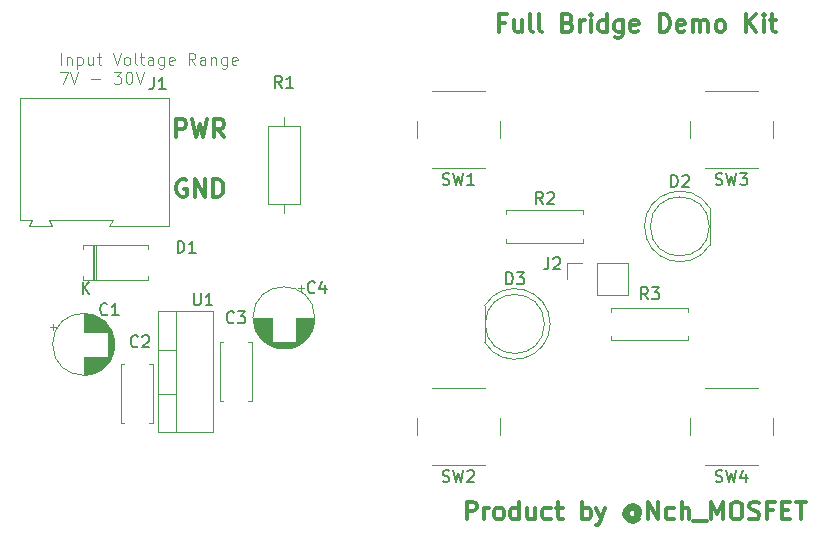
<source format=gbr>
%TF.GenerationSoftware,KiCad,Pcbnew,(5.1.12)-1*%
%TF.CreationDate,2022-07-23T17:19:18+09:00*%
%TF.ProjectId,FullBridge_demo_kit,46756c6c-4272-4696-9467-655f64656d6f,rev?*%
%TF.SameCoordinates,Original*%
%TF.FileFunction,Legend,Top*%
%TF.FilePolarity,Positive*%
%FSLAX46Y46*%
G04 Gerber Fmt 4.6, Leading zero omitted, Abs format (unit mm)*
G04 Created by KiCad (PCBNEW (5.1.12)-1) date 2022-07-23 17:19:18*
%MOMM*%
%LPD*%
G01*
G04 APERTURE LIST*
%ADD10C,0.300000*%
%ADD11C,0.100000*%
%ADD12C,0.120000*%
%ADD13C,0.150000*%
G04 APERTURE END LIST*
D10*
X127540000Y-90848571D02*
X127540000Y-89348571D01*
X128111428Y-89348571D01*
X128254285Y-89420000D01*
X128325714Y-89491428D01*
X128397142Y-89634285D01*
X128397142Y-89848571D01*
X128325714Y-89991428D01*
X128254285Y-90062857D01*
X128111428Y-90134285D01*
X127540000Y-90134285D01*
X128897142Y-89348571D02*
X129254285Y-90848571D01*
X129540000Y-89777142D01*
X129825714Y-90848571D01*
X130182857Y-89348571D01*
X131611428Y-90848571D02*
X131111428Y-90134285D01*
X130754285Y-90848571D02*
X130754285Y-89348571D01*
X131325714Y-89348571D01*
X131468571Y-89420000D01*
X131540000Y-89491428D01*
X131611428Y-89634285D01*
X131611428Y-89848571D01*
X131540000Y-89991428D01*
X131468571Y-90062857D01*
X131325714Y-90134285D01*
X130754285Y-90134285D01*
X128397142Y-94500000D02*
X128254285Y-94428571D01*
X128040000Y-94428571D01*
X127825714Y-94500000D01*
X127682857Y-94642857D01*
X127611428Y-94785714D01*
X127540000Y-95071428D01*
X127540000Y-95285714D01*
X127611428Y-95571428D01*
X127682857Y-95714285D01*
X127825714Y-95857142D01*
X128040000Y-95928571D01*
X128182857Y-95928571D01*
X128397142Y-95857142D01*
X128468571Y-95785714D01*
X128468571Y-95285714D01*
X128182857Y-95285714D01*
X129111428Y-95928571D02*
X129111428Y-94428571D01*
X129968571Y-95928571D01*
X129968571Y-94428571D01*
X130682857Y-95928571D02*
X130682857Y-94428571D01*
X131040000Y-94428571D01*
X131254285Y-94500000D01*
X131397142Y-94642857D01*
X131468571Y-94785714D01*
X131540000Y-95071428D01*
X131540000Y-95285714D01*
X131468571Y-95571428D01*
X131397142Y-95714285D01*
X131254285Y-95857142D01*
X131040000Y-95928571D01*
X130682857Y-95928571D01*
X152120000Y-123233571D02*
X152120000Y-121733571D01*
X152691428Y-121733571D01*
X152834285Y-121805000D01*
X152905714Y-121876428D01*
X152977142Y-122019285D01*
X152977142Y-122233571D01*
X152905714Y-122376428D01*
X152834285Y-122447857D01*
X152691428Y-122519285D01*
X152120000Y-122519285D01*
X153620000Y-123233571D02*
X153620000Y-122233571D01*
X153620000Y-122519285D02*
X153691428Y-122376428D01*
X153762857Y-122305000D01*
X153905714Y-122233571D01*
X154048571Y-122233571D01*
X154762857Y-123233571D02*
X154620000Y-123162142D01*
X154548571Y-123090714D01*
X154477142Y-122947857D01*
X154477142Y-122519285D01*
X154548571Y-122376428D01*
X154620000Y-122305000D01*
X154762857Y-122233571D01*
X154977142Y-122233571D01*
X155120000Y-122305000D01*
X155191428Y-122376428D01*
X155262857Y-122519285D01*
X155262857Y-122947857D01*
X155191428Y-123090714D01*
X155120000Y-123162142D01*
X154977142Y-123233571D01*
X154762857Y-123233571D01*
X156548571Y-123233571D02*
X156548571Y-121733571D01*
X156548571Y-123162142D02*
X156405714Y-123233571D01*
X156120000Y-123233571D01*
X155977142Y-123162142D01*
X155905714Y-123090714D01*
X155834285Y-122947857D01*
X155834285Y-122519285D01*
X155905714Y-122376428D01*
X155977142Y-122305000D01*
X156120000Y-122233571D01*
X156405714Y-122233571D01*
X156548571Y-122305000D01*
X157905714Y-122233571D02*
X157905714Y-123233571D01*
X157262857Y-122233571D02*
X157262857Y-123019285D01*
X157334285Y-123162142D01*
X157477142Y-123233571D01*
X157691428Y-123233571D01*
X157834285Y-123162142D01*
X157905714Y-123090714D01*
X159262857Y-123162142D02*
X159120000Y-123233571D01*
X158834285Y-123233571D01*
X158691428Y-123162142D01*
X158620000Y-123090714D01*
X158548571Y-122947857D01*
X158548571Y-122519285D01*
X158620000Y-122376428D01*
X158691428Y-122305000D01*
X158834285Y-122233571D01*
X159120000Y-122233571D01*
X159262857Y-122305000D01*
X159691428Y-122233571D02*
X160262857Y-122233571D01*
X159905714Y-121733571D02*
X159905714Y-123019285D01*
X159977142Y-123162142D01*
X160120000Y-123233571D01*
X160262857Y-123233571D01*
X161905714Y-123233571D02*
X161905714Y-121733571D01*
X161905714Y-122305000D02*
X162048571Y-122233571D01*
X162334285Y-122233571D01*
X162477142Y-122305000D01*
X162548571Y-122376428D01*
X162620000Y-122519285D01*
X162620000Y-122947857D01*
X162548571Y-123090714D01*
X162477142Y-123162142D01*
X162334285Y-123233571D01*
X162048571Y-123233571D01*
X161905714Y-123162142D01*
X163120000Y-122233571D02*
X163477142Y-123233571D01*
X163834285Y-122233571D02*
X163477142Y-123233571D01*
X163334285Y-123590714D01*
X163262857Y-123662142D01*
X163120000Y-123733571D01*
X166477142Y-122519285D02*
X166405714Y-122447857D01*
X166262857Y-122376428D01*
X166120000Y-122376428D01*
X165977142Y-122447857D01*
X165905714Y-122519285D01*
X165834285Y-122662142D01*
X165834285Y-122805000D01*
X165905714Y-122947857D01*
X165977142Y-123019285D01*
X166120000Y-123090714D01*
X166262857Y-123090714D01*
X166405714Y-123019285D01*
X166477142Y-122947857D01*
X166477142Y-122376428D02*
X166477142Y-122947857D01*
X166548571Y-123019285D01*
X166620000Y-123019285D01*
X166762857Y-122947857D01*
X166834285Y-122805000D01*
X166834285Y-122447857D01*
X166691428Y-122233571D01*
X166477142Y-122090714D01*
X166191428Y-122019285D01*
X165905714Y-122090714D01*
X165691428Y-122233571D01*
X165548571Y-122447857D01*
X165477142Y-122733571D01*
X165548571Y-123019285D01*
X165691428Y-123233571D01*
X165905714Y-123376428D01*
X166191428Y-123447857D01*
X166477142Y-123376428D01*
X166691428Y-123233571D01*
X167477142Y-123233571D02*
X167477142Y-121733571D01*
X168334285Y-123233571D01*
X168334285Y-121733571D01*
X169691428Y-123162142D02*
X169548571Y-123233571D01*
X169262857Y-123233571D01*
X169120000Y-123162142D01*
X169048571Y-123090714D01*
X168977142Y-122947857D01*
X168977142Y-122519285D01*
X169048571Y-122376428D01*
X169120000Y-122305000D01*
X169262857Y-122233571D01*
X169548571Y-122233571D01*
X169691428Y-122305000D01*
X170334285Y-123233571D02*
X170334285Y-121733571D01*
X170977142Y-123233571D02*
X170977142Y-122447857D01*
X170905714Y-122305000D01*
X170762857Y-122233571D01*
X170548571Y-122233571D01*
X170405714Y-122305000D01*
X170334285Y-122376428D01*
X171334285Y-123376428D02*
X172477142Y-123376428D01*
X172834285Y-123233571D02*
X172834285Y-121733571D01*
X173334285Y-122805000D01*
X173834285Y-121733571D01*
X173834285Y-123233571D01*
X174834285Y-121733571D02*
X175120000Y-121733571D01*
X175262857Y-121805000D01*
X175405714Y-121947857D01*
X175477142Y-122233571D01*
X175477142Y-122733571D01*
X175405714Y-123019285D01*
X175262857Y-123162142D01*
X175120000Y-123233571D01*
X174834285Y-123233571D01*
X174691428Y-123162142D01*
X174548571Y-123019285D01*
X174477142Y-122733571D01*
X174477142Y-122233571D01*
X174548571Y-121947857D01*
X174691428Y-121805000D01*
X174834285Y-121733571D01*
X176048571Y-123162142D02*
X176262857Y-123233571D01*
X176620000Y-123233571D01*
X176762857Y-123162142D01*
X176834285Y-123090714D01*
X176905714Y-122947857D01*
X176905714Y-122805000D01*
X176834285Y-122662142D01*
X176762857Y-122590714D01*
X176620000Y-122519285D01*
X176334285Y-122447857D01*
X176191428Y-122376428D01*
X176120000Y-122305000D01*
X176048571Y-122162142D01*
X176048571Y-122019285D01*
X176120000Y-121876428D01*
X176191428Y-121805000D01*
X176334285Y-121733571D01*
X176691428Y-121733571D01*
X176905714Y-121805000D01*
X178048571Y-122447857D02*
X177548571Y-122447857D01*
X177548571Y-123233571D02*
X177548571Y-121733571D01*
X178262857Y-121733571D01*
X178834285Y-122447857D02*
X179334285Y-122447857D01*
X179548571Y-123233571D02*
X178834285Y-123233571D01*
X178834285Y-121733571D01*
X179548571Y-121733571D01*
X179977142Y-121733571D02*
X180834285Y-121733571D01*
X180405714Y-123233571D02*
X180405714Y-121733571D01*
X155357142Y-81172857D02*
X154857142Y-81172857D01*
X154857142Y-81958571D02*
X154857142Y-80458571D01*
X155571428Y-80458571D01*
X156785714Y-80958571D02*
X156785714Y-81958571D01*
X156142857Y-80958571D02*
X156142857Y-81744285D01*
X156214285Y-81887142D01*
X156357142Y-81958571D01*
X156571428Y-81958571D01*
X156714285Y-81887142D01*
X156785714Y-81815714D01*
X157714285Y-81958571D02*
X157571428Y-81887142D01*
X157500000Y-81744285D01*
X157500000Y-80458571D01*
X158500000Y-81958571D02*
X158357142Y-81887142D01*
X158285714Y-81744285D01*
X158285714Y-80458571D01*
X160714285Y-81172857D02*
X160928571Y-81244285D01*
X161000000Y-81315714D01*
X161071428Y-81458571D01*
X161071428Y-81672857D01*
X161000000Y-81815714D01*
X160928571Y-81887142D01*
X160785714Y-81958571D01*
X160214285Y-81958571D01*
X160214285Y-80458571D01*
X160714285Y-80458571D01*
X160857142Y-80530000D01*
X160928571Y-80601428D01*
X161000000Y-80744285D01*
X161000000Y-80887142D01*
X160928571Y-81030000D01*
X160857142Y-81101428D01*
X160714285Y-81172857D01*
X160214285Y-81172857D01*
X161714285Y-81958571D02*
X161714285Y-80958571D01*
X161714285Y-81244285D02*
X161785714Y-81101428D01*
X161857142Y-81030000D01*
X162000000Y-80958571D01*
X162142857Y-80958571D01*
X162642857Y-81958571D02*
X162642857Y-80958571D01*
X162642857Y-80458571D02*
X162571428Y-80530000D01*
X162642857Y-80601428D01*
X162714285Y-80530000D01*
X162642857Y-80458571D01*
X162642857Y-80601428D01*
X164000000Y-81958571D02*
X164000000Y-80458571D01*
X164000000Y-81887142D02*
X163857142Y-81958571D01*
X163571428Y-81958571D01*
X163428571Y-81887142D01*
X163357142Y-81815714D01*
X163285714Y-81672857D01*
X163285714Y-81244285D01*
X163357142Y-81101428D01*
X163428571Y-81030000D01*
X163571428Y-80958571D01*
X163857142Y-80958571D01*
X164000000Y-81030000D01*
X165357142Y-80958571D02*
X165357142Y-82172857D01*
X165285714Y-82315714D01*
X165214285Y-82387142D01*
X165071428Y-82458571D01*
X164857142Y-82458571D01*
X164714285Y-82387142D01*
X165357142Y-81887142D02*
X165214285Y-81958571D01*
X164928571Y-81958571D01*
X164785714Y-81887142D01*
X164714285Y-81815714D01*
X164642857Y-81672857D01*
X164642857Y-81244285D01*
X164714285Y-81101428D01*
X164785714Y-81030000D01*
X164928571Y-80958571D01*
X165214285Y-80958571D01*
X165357142Y-81030000D01*
X166642857Y-81887142D02*
X166500000Y-81958571D01*
X166214285Y-81958571D01*
X166071428Y-81887142D01*
X166000000Y-81744285D01*
X166000000Y-81172857D01*
X166071428Y-81030000D01*
X166214285Y-80958571D01*
X166500000Y-80958571D01*
X166642857Y-81030000D01*
X166714285Y-81172857D01*
X166714285Y-81315714D01*
X166000000Y-81458571D01*
X168500000Y-81958571D02*
X168500000Y-80458571D01*
X168857142Y-80458571D01*
X169071428Y-80530000D01*
X169214285Y-80672857D01*
X169285714Y-80815714D01*
X169357142Y-81101428D01*
X169357142Y-81315714D01*
X169285714Y-81601428D01*
X169214285Y-81744285D01*
X169071428Y-81887142D01*
X168857142Y-81958571D01*
X168500000Y-81958571D01*
X170571428Y-81887142D02*
X170428571Y-81958571D01*
X170142857Y-81958571D01*
X170000000Y-81887142D01*
X169928571Y-81744285D01*
X169928571Y-81172857D01*
X170000000Y-81030000D01*
X170142857Y-80958571D01*
X170428571Y-80958571D01*
X170571428Y-81030000D01*
X170642857Y-81172857D01*
X170642857Y-81315714D01*
X169928571Y-81458571D01*
X171285714Y-81958571D02*
X171285714Y-80958571D01*
X171285714Y-81101428D02*
X171357142Y-81030000D01*
X171500000Y-80958571D01*
X171714285Y-80958571D01*
X171857142Y-81030000D01*
X171928571Y-81172857D01*
X171928571Y-81958571D01*
X171928571Y-81172857D02*
X172000000Y-81030000D01*
X172142857Y-80958571D01*
X172357142Y-80958571D01*
X172500000Y-81030000D01*
X172571428Y-81172857D01*
X172571428Y-81958571D01*
X173500000Y-81958571D02*
X173357142Y-81887142D01*
X173285714Y-81815714D01*
X173214285Y-81672857D01*
X173214285Y-81244285D01*
X173285714Y-81101428D01*
X173357142Y-81030000D01*
X173500000Y-80958571D01*
X173714285Y-80958571D01*
X173857142Y-81030000D01*
X173928571Y-81101428D01*
X174000000Y-81244285D01*
X174000000Y-81672857D01*
X173928571Y-81815714D01*
X173857142Y-81887142D01*
X173714285Y-81958571D01*
X173500000Y-81958571D01*
X175785714Y-81958571D02*
X175785714Y-80458571D01*
X176642857Y-81958571D02*
X176000000Y-81101428D01*
X176642857Y-80458571D02*
X175785714Y-81315714D01*
X177285714Y-81958571D02*
X177285714Y-80958571D01*
X177285714Y-80458571D02*
X177214285Y-80530000D01*
X177285714Y-80601428D01*
X177357142Y-80530000D01*
X177285714Y-80458571D01*
X177285714Y-80601428D01*
X177785714Y-80958571D02*
X178357142Y-80958571D01*
X178000000Y-80458571D02*
X178000000Y-81744285D01*
X178071428Y-81887142D01*
X178214285Y-81958571D01*
X178357142Y-81958571D01*
D11*
X117778095Y-84742380D02*
X117778095Y-83742380D01*
X118254285Y-84075714D02*
X118254285Y-84742380D01*
X118254285Y-84170952D02*
X118301904Y-84123333D01*
X118397142Y-84075714D01*
X118540000Y-84075714D01*
X118635238Y-84123333D01*
X118682857Y-84218571D01*
X118682857Y-84742380D01*
X119159047Y-84075714D02*
X119159047Y-85075714D01*
X119159047Y-84123333D02*
X119254285Y-84075714D01*
X119444761Y-84075714D01*
X119540000Y-84123333D01*
X119587619Y-84170952D01*
X119635238Y-84266190D01*
X119635238Y-84551904D01*
X119587619Y-84647142D01*
X119540000Y-84694761D01*
X119444761Y-84742380D01*
X119254285Y-84742380D01*
X119159047Y-84694761D01*
X120492380Y-84075714D02*
X120492380Y-84742380D01*
X120063809Y-84075714D02*
X120063809Y-84599523D01*
X120111428Y-84694761D01*
X120206666Y-84742380D01*
X120349523Y-84742380D01*
X120444761Y-84694761D01*
X120492380Y-84647142D01*
X120825714Y-84075714D02*
X121206666Y-84075714D01*
X120968571Y-83742380D02*
X120968571Y-84599523D01*
X121016190Y-84694761D01*
X121111428Y-84742380D01*
X121206666Y-84742380D01*
X122159047Y-83742380D02*
X122492380Y-84742380D01*
X122825714Y-83742380D01*
X123301904Y-84742380D02*
X123206666Y-84694761D01*
X123159047Y-84647142D01*
X123111428Y-84551904D01*
X123111428Y-84266190D01*
X123159047Y-84170952D01*
X123206666Y-84123333D01*
X123301904Y-84075714D01*
X123444761Y-84075714D01*
X123540000Y-84123333D01*
X123587619Y-84170952D01*
X123635238Y-84266190D01*
X123635238Y-84551904D01*
X123587619Y-84647142D01*
X123540000Y-84694761D01*
X123444761Y-84742380D01*
X123301904Y-84742380D01*
X124206666Y-84742380D02*
X124111428Y-84694761D01*
X124063809Y-84599523D01*
X124063809Y-83742380D01*
X124444761Y-84075714D02*
X124825714Y-84075714D01*
X124587619Y-83742380D02*
X124587619Y-84599523D01*
X124635238Y-84694761D01*
X124730476Y-84742380D01*
X124825714Y-84742380D01*
X125587619Y-84742380D02*
X125587619Y-84218571D01*
X125540000Y-84123333D01*
X125444761Y-84075714D01*
X125254285Y-84075714D01*
X125159047Y-84123333D01*
X125587619Y-84694761D02*
X125492380Y-84742380D01*
X125254285Y-84742380D01*
X125159047Y-84694761D01*
X125111428Y-84599523D01*
X125111428Y-84504285D01*
X125159047Y-84409047D01*
X125254285Y-84361428D01*
X125492380Y-84361428D01*
X125587619Y-84313809D01*
X126492380Y-84075714D02*
X126492380Y-84885238D01*
X126444761Y-84980476D01*
X126397142Y-85028095D01*
X126301904Y-85075714D01*
X126159047Y-85075714D01*
X126063809Y-85028095D01*
X126492380Y-84694761D02*
X126397142Y-84742380D01*
X126206666Y-84742380D01*
X126111428Y-84694761D01*
X126063809Y-84647142D01*
X126016190Y-84551904D01*
X126016190Y-84266190D01*
X126063809Y-84170952D01*
X126111428Y-84123333D01*
X126206666Y-84075714D01*
X126397142Y-84075714D01*
X126492380Y-84123333D01*
X127349523Y-84694761D02*
X127254285Y-84742380D01*
X127063809Y-84742380D01*
X126968571Y-84694761D01*
X126920952Y-84599523D01*
X126920952Y-84218571D01*
X126968571Y-84123333D01*
X127063809Y-84075714D01*
X127254285Y-84075714D01*
X127349523Y-84123333D01*
X127397142Y-84218571D01*
X127397142Y-84313809D01*
X126920952Y-84409047D01*
X129159047Y-84742380D02*
X128825714Y-84266190D01*
X128587619Y-84742380D02*
X128587619Y-83742380D01*
X128968571Y-83742380D01*
X129063809Y-83790000D01*
X129111428Y-83837619D01*
X129159047Y-83932857D01*
X129159047Y-84075714D01*
X129111428Y-84170952D01*
X129063809Y-84218571D01*
X128968571Y-84266190D01*
X128587619Y-84266190D01*
X130016190Y-84742380D02*
X130016190Y-84218571D01*
X129968571Y-84123333D01*
X129873333Y-84075714D01*
X129682857Y-84075714D01*
X129587619Y-84123333D01*
X130016190Y-84694761D02*
X129920952Y-84742380D01*
X129682857Y-84742380D01*
X129587619Y-84694761D01*
X129540000Y-84599523D01*
X129540000Y-84504285D01*
X129587619Y-84409047D01*
X129682857Y-84361428D01*
X129920952Y-84361428D01*
X130016190Y-84313809D01*
X130492380Y-84075714D02*
X130492380Y-84742380D01*
X130492380Y-84170952D02*
X130540000Y-84123333D01*
X130635238Y-84075714D01*
X130778095Y-84075714D01*
X130873333Y-84123333D01*
X130920952Y-84218571D01*
X130920952Y-84742380D01*
X131825714Y-84075714D02*
X131825714Y-84885238D01*
X131778095Y-84980476D01*
X131730476Y-85028095D01*
X131635238Y-85075714D01*
X131492380Y-85075714D01*
X131397142Y-85028095D01*
X131825714Y-84694761D02*
X131730476Y-84742380D01*
X131540000Y-84742380D01*
X131444761Y-84694761D01*
X131397142Y-84647142D01*
X131349523Y-84551904D01*
X131349523Y-84266190D01*
X131397142Y-84170952D01*
X131444761Y-84123333D01*
X131540000Y-84075714D01*
X131730476Y-84075714D01*
X131825714Y-84123333D01*
X132682857Y-84694761D02*
X132587619Y-84742380D01*
X132397142Y-84742380D01*
X132301904Y-84694761D01*
X132254285Y-84599523D01*
X132254285Y-84218571D01*
X132301904Y-84123333D01*
X132397142Y-84075714D01*
X132587619Y-84075714D01*
X132682857Y-84123333D01*
X132730476Y-84218571D01*
X132730476Y-84313809D01*
X132254285Y-84409047D01*
X117682857Y-85342380D02*
X118349523Y-85342380D01*
X117920952Y-86342380D01*
X118587619Y-85342380D02*
X118920952Y-86342380D01*
X119254285Y-85342380D01*
X120349523Y-85961428D02*
X121111428Y-85961428D01*
X122254285Y-85342380D02*
X122873333Y-85342380D01*
X122540000Y-85723333D01*
X122682857Y-85723333D01*
X122778095Y-85770952D01*
X122825714Y-85818571D01*
X122873333Y-85913809D01*
X122873333Y-86151904D01*
X122825714Y-86247142D01*
X122778095Y-86294761D01*
X122682857Y-86342380D01*
X122397142Y-86342380D01*
X122301904Y-86294761D01*
X122254285Y-86247142D01*
X123492380Y-85342380D02*
X123587619Y-85342380D01*
X123682857Y-85390000D01*
X123730476Y-85437619D01*
X123778095Y-85532857D01*
X123825714Y-85723333D01*
X123825714Y-85961428D01*
X123778095Y-86151904D01*
X123730476Y-86247142D01*
X123682857Y-86294761D01*
X123587619Y-86342380D01*
X123492380Y-86342380D01*
X123397142Y-86294761D01*
X123349523Y-86247142D01*
X123301904Y-86151904D01*
X123254285Y-85961428D01*
X123254285Y-85723333D01*
X123301904Y-85532857D01*
X123349523Y-85437619D01*
X123397142Y-85390000D01*
X123492380Y-85342380D01*
X124111428Y-85342380D02*
X124444761Y-86342380D01*
X124778095Y-85342380D01*
D12*
%TO.C,J1*%
X126950000Y-98370000D02*
X126950000Y-87520000D01*
X121850000Y-98370000D02*
X126950000Y-98370000D01*
X122150000Y-97870000D02*
X121850000Y-98370000D01*
X116750000Y-97870000D02*
X122150000Y-97870000D01*
X117000000Y-98370000D02*
X116750000Y-97870000D01*
X116950000Y-98370000D02*
X117000000Y-98370000D01*
X115050000Y-98370000D02*
X116950000Y-98370000D01*
X115300000Y-97870000D02*
X115050000Y-98370000D01*
X114350000Y-97870000D02*
X115300000Y-97870000D01*
X114350000Y-87520000D02*
X114350000Y-97870000D01*
X126950000Y-87520000D02*
X114350000Y-87520000D01*
%TO.C,C1*%
X122320000Y-108400000D02*
G75*
G03*
X122320000Y-108400000I-2620000J0D01*
G01*
X119700000Y-109440000D02*
X119700000Y-110980000D01*
X119700000Y-105820000D02*
X119700000Y-107360000D01*
X119740000Y-109440000D02*
X119740000Y-110980000D01*
X119740000Y-105820000D02*
X119740000Y-107360000D01*
X119780000Y-105821000D02*
X119780000Y-107360000D01*
X119780000Y-109440000D02*
X119780000Y-110979000D01*
X119820000Y-105822000D02*
X119820000Y-107360000D01*
X119820000Y-109440000D02*
X119820000Y-110978000D01*
X119860000Y-105824000D02*
X119860000Y-107360000D01*
X119860000Y-109440000D02*
X119860000Y-110976000D01*
X119900000Y-105827000D02*
X119900000Y-107360000D01*
X119900000Y-109440000D02*
X119900000Y-110973000D01*
X119940000Y-105831000D02*
X119940000Y-107360000D01*
X119940000Y-109440000D02*
X119940000Y-110969000D01*
X119980000Y-105835000D02*
X119980000Y-107360000D01*
X119980000Y-109440000D02*
X119980000Y-110965000D01*
X120020000Y-105839000D02*
X120020000Y-107360000D01*
X120020000Y-109440000D02*
X120020000Y-110961000D01*
X120060000Y-105844000D02*
X120060000Y-107360000D01*
X120060000Y-109440000D02*
X120060000Y-110956000D01*
X120100000Y-105850000D02*
X120100000Y-107360000D01*
X120100000Y-109440000D02*
X120100000Y-110950000D01*
X120140000Y-105857000D02*
X120140000Y-107360000D01*
X120140000Y-109440000D02*
X120140000Y-110943000D01*
X120180000Y-105864000D02*
X120180000Y-107360000D01*
X120180000Y-109440000D02*
X120180000Y-110936000D01*
X120220000Y-105872000D02*
X120220000Y-107360000D01*
X120220000Y-109440000D02*
X120220000Y-110928000D01*
X120260000Y-105880000D02*
X120260000Y-107360000D01*
X120260000Y-109440000D02*
X120260000Y-110920000D01*
X120300000Y-105889000D02*
X120300000Y-107360000D01*
X120300000Y-109440000D02*
X120300000Y-110911000D01*
X120340000Y-105899000D02*
X120340000Y-107360000D01*
X120340000Y-109440000D02*
X120340000Y-110901000D01*
X120380000Y-105909000D02*
X120380000Y-107360000D01*
X120380000Y-109440000D02*
X120380000Y-110891000D01*
X120421000Y-105920000D02*
X120421000Y-107360000D01*
X120421000Y-109440000D02*
X120421000Y-110880000D01*
X120461000Y-105932000D02*
X120461000Y-107360000D01*
X120461000Y-109440000D02*
X120461000Y-110868000D01*
X120501000Y-105945000D02*
X120501000Y-107360000D01*
X120501000Y-109440000D02*
X120501000Y-110855000D01*
X120541000Y-105958000D02*
X120541000Y-107360000D01*
X120541000Y-109440000D02*
X120541000Y-110842000D01*
X120581000Y-105972000D02*
X120581000Y-107360000D01*
X120581000Y-109440000D02*
X120581000Y-110828000D01*
X120621000Y-105986000D02*
X120621000Y-107360000D01*
X120621000Y-109440000D02*
X120621000Y-110814000D01*
X120661000Y-106002000D02*
X120661000Y-107360000D01*
X120661000Y-109440000D02*
X120661000Y-110798000D01*
X120701000Y-106018000D02*
X120701000Y-107360000D01*
X120701000Y-109440000D02*
X120701000Y-110782000D01*
X120741000Y-106035000D02*
X120741000Y-107360000D01*
X120741000Y-109440000D02*
X120741000Y-110765000D01*
X120781000Y-106052000D02*
X120781000Y-107360000D01*
X120781000Y-109440000D02*
X120781000Y-110748000D01*
X120821000Y-106071000D02*
X120821000Y-107360000D01*
X120821000Y-109440000D02*
X120821000Y-110729000D01*
X120861000Y-106090000D02*
X120861000Y-107360000D01*
X120861000Y-109440000D02*
X120861000Y-110710000D01*
X120901000Y-106110000D02*
X120901000Y-107360000D01*
X120901000Y-109440000D02*
X120901000Y-110690000D01*
X120941000Y-106132000D02*
X120941000Y-107360000D01*
X120941000Y-109440000D02*
X120941000Y-110668000D01*
X120981000Y-106153000D02*
X120981000Y-107360000D01*
X120981000Y-109440000D02*
X120981000Y-110647000D01*
X121021000Y-106176000D02*
X121021000Y-107360000D01*
X121021000Y-109440000D02*
X121021000Y-110624000D01*
X121061000Y-106200000D02*
X121061000Y-107360000D01*
X121061000Y-109440000D02*
X121061000Y-110600000D01*
X121101000Y-106225000D02*
X121101000Y-107360000D01*
X121101000Y-109440000D02*
X121101000Y-110575000D01*
X121141000Y-106251000D02*
X121141000Y-107360000D01*
X121141000Y-109440000D02*
X121141000Y-110549000D01*
X121181000Y-106278000D02*
X121181000Y-107360000D01*
X121181000Y-109440000D02*
X121181000Y-110522000D01*
X121221000Y-106305000D02*
X121221000Y-107360000D01*
X121221000Y-109440000D02*
X121221000Y-110495000D01*
X121261000Y-106335000D02*
X121261000Y-107360000D01*
X121261000Y-109440000D02*
X121261000Y-110465000D01*
X121301000Y-106365000D02*
X121301000Y-107360000D01*
X121301000Y-109440000D02*
X121301000Y-110435000D01*
X121341000Y-106396000D02*
X121341000Y-107360000D01*
X121341000Y-109440000D02*
X121341000Y-110404000D01*
X121381000Y-106429000D02*
X121381000Y-107360000D01*
X121381000Y-109440000D02*
X121381000Y-110371000D01*
X121421000Y-106463000D02*
X121421000Y-107360000D01*
X121421000Y-109440000D02*
X121421000Y-110337000D01*
X121461000Y-106499000D02*
X121461000Y-107360000D01*
X121461000Y-109440000D02*
X121461000Y-110301000D01*
X121501000Y-106536000D02*
X121501000Y-107360000D01*
X121501000Y-109440000D02*
X121501000Y-110264000D01*
X121541000Y-106574000D02*
X121541000Y-107360000D01*
X121541000Y-109440000D02*
X121541000Y-110226000D01*
X121581000Y-106615000D02*
X121581000Y-107360000D01*
X121581000Y-109440000D02*
X121581000Y-110185000D01*
X121621000Y-106657000D02*
X121621000Y-107360000D01*
X121621000Y-109440000D02*
X121621000Y-110143000D01*
X121661000Y-106701000D02*
X121661000Y-107360000D01*
X121661000Y-109440000D02*
X121661000Y-110099000D01*
X121701000Y-106747000D02*
X121701000Y-107360000D01*
X121701000Y-109440000D02*
X121701000Y-110053000D01*
X121741000Y-106795000D02*
X121741000Y-110005000D01*
X121781000Y-106846000D02*
X121781000Y-109954000D01*
X121821000Y-106900000D02*
X121821000Y-109900000D01*
X121861000Y-106957000D02*
X121861000Y-109843000D01*
X121901000Y-107017000D02*
X121901000Y-109783000D01*
X121941000Y-107081000D02*
X121941000Y-109719000D01*
X121981000Y-107149000D02*
X121981000Y-109651000D01*
X122021000Y-107222000D02*
X122021000Y-109578000D01*
X122061000Y-107302000D02*
X122061000Y-109498000D01*
X122101000Y-107389000D02*
X122101000Y-109411000D01*
X122141000Y-107485000D02*
X122141000Y-109315000D01*
X122181000Y-107595000D02*
X122181000Y-109205000D01*
X122221000Y-107723000D02*
X122221000Y-109077000D01*
X122261000Y-107882000D02*
X122261000Y-108918000D01*
X122301000Y-108116000D02*
X122301000Y-108684000D01*
X116895225Y-106925000D02*
X117395225Y-106925000D01*
X117145225Y-106675000D02*
X117145225Y-107175000D01*
%TO.C,C2*%
X125261000Y-110092000D02*
X125576000Y-110092000D01*
X122836000Y-110092000D02*
X123151000Y-110092000D01*
X125261000Y-115032000D02*
X125576000Y-115032000D01*
X122836000Y-115032000D02*
X123151000Y-115032000D01*
X125576000Y-115032000D02*
X125576000Y-110092000D01*
X122836000Y-115032000D02*
X122836000Y-110092000D01*
%TO.C,C3*%
X133958000Y-108234000D02*
X133958000Y-113174000D01*
X131218000Y-108234000D02*
X131218000Y-113174000D01*
X133958000Y-108234000D02*
X133643000Y-108234000D01*
X131533000Y-108234000D02*
X131218000Y-108234000D01*
X133958000Y-113174000D02*
X133643000Y-113174000D01*
X131533000Y-113174000D02*
X131218000Y-113174000D01*
%TO.C,C4*%
X138377000Y-103601225D02*
X137877000Y-103601225D01*
X138127000Y-103351225D02*
X138127000Y-103851225D01*
X136936000Y-108757000D02*
X136368000Y-108757000D01*
X137170000Y-108717000D02*
X136134000Y-108717000D01*
X137329000Y-108677000D02*
X135975000Y-108677000D01*
X137457000Y-108637000D02*
X135847000Y-108637000D01*
X137567000Y-108597000D02*
X135737000Y-108597000D01*
X137663000Y-108557000D02*
X135641000Y-108557000D01*
X137750000Y-108517000D02*
X135554000Y-108517000D01*
X137830000Y-108477000D02*
X135474000Y-108477000D01*
X137903000Y-108437000D02*
X135401000Y-108437000D01*
X137971000Y-108397000D02*
X135333000Y-108397000D01*
X138035000Y-108357000D02*
X135269000Y-108357000D01*
X138095000Y-108317000D02*
X135209000Y-108317000D01*
X138152000Y-108277000D02*
X135152000Y-108277000D01*
X138206000Y-108237000D02*
X135098000Y-108237000D01*
X138257000Y-108197000D02*
X135047000Y-108197000D01*
X135612000Y-108157000D02*
X134999000Y-108157000D01*
X138305000Y-108157000D02*
X137692000Y-108157000D01*
X135612000Y-108117000D02*
X134953000Y-108117000D01*
X138351000Y-108117000D02*
X137692000Y-108117000D01*
X135612000Y-108077000D02*
X134909000Y-108077000D01*
X138395000Y-108077000D02*
X137692000Y-108077000D01*
X135612000Y-108037000D02*
X134867000Y-108037000D01*
X138437000Y-108037000D02*
X137692000Y-108037000D01*
X135612000Y-107997000D02*
X134826000Y-107997000D01*
X138478000Y-107997000D02*
X137692000Y-107997000D01*
X135612000Y-107957000D02*
X134788000Y-107957000D01*
X138516000Y-107957000D02*
X137692000Y-107957000D01*
X135612000Y-107917000D02*
X134751000Y-107917000D01*
X138553000Y-107917000D02*
X137692000Y-107917000D01*
X135612000Y-107877000D02*
X134715000Y-107877000D01*
X138589000Y-107877000D02*
X137692000Y-107877000D01*
X135612000Y-107837000D02*
X134681000Y-107837000D01*
X138623000Y-107837000D02*
X137692000Y-107837000D01*
X135612000Y-107797000D02*
X134648000Y-107797000D01*
X138656000Y-107797000D02*
X137692000Y-107797000D01*
X135612000Y-107757000D02*
X134617000Y-107757000D01*
X138687000Y-107757000D02*
X137692000Y-107757000D01*
X135612000Y-107717000D02*
X134587000Y-107717000D01*
X138717000Y-107717000D02*
X137692000Y-107717000D01*
X135612000Y-107677000D02*
X134557000Y-107677000D01*
X138747000Y-107677000D02*
X137692000Y-107677000D01*
X135612000Y-107637000D02*
X134530000Y-107637000D01*
X138774000Y-107637000D02*
X137692000Y-107637000D01*
X135612000Y-107597000D02*
X134503000Y-107597000D01*
X138801000Y-107597000D02*
X137692000Y-107597000D01*
X135612000Y-107557000D02*
X134477000Y-107557000D01*
X138827000Y-107557000D02*
X137692000Y-107557000D01*
X135612000Y-107517000D02*
X134452000Y-107517000D01*
X138852000Y-107517000D02*
X137692000Y-107517000D01*
X135612000Y-107477000D02*
X134428000Y-107477000D01*
X138876000Y-107477000D02*
X137692000Y-107477000D01*
X135612000Y-107437000D02*
X134405000Y-107437000D01*
X138899000Y-107437000D02*
X137692000Y-107437000D01*
X135612000Y-107397000D02*
X134384000Y-107397000D01*
X138920000Y-107397000D02*
X137692000Y-107397000D01*
X135612000Y-107357000D02*
X134362000Y-107357000D01*
X138942000Y-107357000D02*
X137692000Y-107357000D01*
X135612000Y-107317000D02*
X134342000Y-107317000D01*
X138962000Y-107317000D02*
X137692000Y-107317000D01*
X135612000Y-107277000D02*
X134323000Y-107277000D01*
X138981000Y-107277000D02*
X137692000Y-107277000D01*
X135612000Y-107237000D02*
X134304000Y-107237000D01*
X139000000Y-107237000D02*
X137692000Y-107237000D01*
X135612000Y-107197000D02*
X134287000Y-107197000D01*
X139017000Y-107197000D02*
X137692000Y-107197000D01*
X135612000Y-107157000D02*
X134270000Y-107157000D01*
X139034000Y-107157000D02*
X137692000Y-107157000D01*
X135612000Y-107117000D02*
X134254000Y-107117000D01*
X139050000Y-107117000D02*
X137692000Y-107117000D01*
X135612000Y-107077000D02*
X134238000Y-107077000D01*
X139066000Y-107077000D02*
X137692000Y-107077000D01*
X135612000Y-107037000D02*
X134224000Y-107037000D01*
X139080000Y-107037000D02*
X137692000Y-107037000D01*
X135612000Y-106997000D02*
X134210000Y-106997000D01*
X139094000Y-106997000D02*
X137692000Y-106997000D01*
X135612000Y-106957000D02*
X134197000Y-106957000D01*
X139107000Y-106957000D02*
X137692000Y-106957000D01*
X135612000Y-106917000D02*
X134184000Y-106917000D01*
X139120000Y-106917000D02*
X137692000Y-106917000D01*
X135612000Y-106877000D02*
X134172000Y-106877000D01*
X139132000Y-106877000D02*
X137692000Y-106877000D01*
X135612000Y-106836000D02*
X134161000Y-106836000D01*
X139143000Y-106836000D02*
X137692000Y-106836000D01*
X135612000Y-106796000D02*
X134151000Y-106796000D01*
X139153000Y-106796000D02*
X137692000Y-106796000D01*
X135612000Y-106756000D02*
X134141000Y-106756000D01*
X139163000Y-106756000D02*
X137692000Y-106756000D01*
X135612000Y-106716000D02*
X134132000Y-106716000D01*
X139172000Y-106716000D02*
X137692000Y-106716000D01*
X135612000Y-106676000D02*
X134124000Y-106676000D01*
X139180000Y-106676000D02*
X137692000Y-106676000D01*
X135612000Y-106636000D02*
X134116000Y-106636000D01*
X139188000Y-106636000D02*
X137692000Y-106636000D01*
X135612000Y-106596000D02*
X134109000Y-106596000D01*
X139195000Y-106596000D02*
X137692000Y-106596000D01*
X135612000Y-106556000D02*
X134102000Y-106556000D01*
X139202000Y-106556000D02*
X137692000Y-106556000D01*
X135612000Y-106516000D02*
X134096000Y-106516000D01*
X139208000Y-106516000D02*
X137692000Y-106516000D01*
X135612000Y-106476000D02*
X134091000Y-106476000D01*
X139213000Y-106476000D02*
X137692000Y-106476000D01*
X135612000Y-106436000D02*
X134087000Y-106436000D01*
X139217000Y-106436000D02*
X137692000Y-106436000D01*
X135612000Y-106396000D02*
X134083000Y-106396000D01*
X139221000Y-106396000D02*
X137692000Y-106396000D01*
X135612000Y-106356000D02*
X134079000Y-106356000D01*
X139225000Y-106356000D02*
X137692000Y-106356000D01*
X135612000Y-106316000D02*
X134076000Y-106316000D01*
X139228000Y-106316000D02*
X137692000Y-106316000D01*
X135612000Y-106276000D02*
X134074000Y-106276000D01*
X139230000Y-106276000D02*
X137692000Y-106276000D01*
X135612000Y-106236000D02*
X134073000Y-106236000D01*
X139231000Y-106236000D02*
X137692000Y-106236000D01*
X139232000Y-106196000D02*
X137692000Y-106196000D01*
X135612000Y-106196000D02*
X134072000Y-106196000D01*
X139232000Y-106156000D02*
X137692000Y-106156000D01*
X135612000Y-106156000D02*
X134072000Y-106156000D01*
X139272000Y-106156000D02*
G75*
G03*
X139272000Y-106156000I-2620000J0D01*
G01*
%TO.C,D1*%
X120470000Y-100030000D02*
X120470000Y-102970000D01*
X120710000Y-100030000D02*
X120710000Y-102970000D01*
X120590000Y-100030000D02*
X120590000Y-102970000D01*
X125130000Y-102970000D02*
X125130000Y-102640000D01*
X119690000Y-102970000D02*
X125130000Y-102970000D01*
X119690000Y-102640000D02*
X119690000Y-102970000D01*
X125130000Y-100030000D02*
X125130000Y-100360000D01*
X119690000Y-100030000D02*
X125130000Y-100030000D01*
X119690000Y-100360000D02*
X119690000Y-100030000D01*
%TO.C,D2*%
X172680000Y-98425000D02*
G75*
G03*
X172680000Y-98425000I-2500000J0D01*
G01*
X172740000Y-99970000D02*
X172740000Y-96880000D01*
X167190000Y-98425462D02*
G75*
G02*
X172740000Y-96880170I2990000J462D01*
G01*
X167190000Y-98424538D02*
G75*
G03*
X172740000Y-99969830I2990000J-462D01*
G01*
%TO.C,D3*%
X153650000Y-105135000D02*
X153650000Y-108225000D01*
X158710000Y-106680000D02*
G75*
G03*
X158710000Y-106680000I-2500000J0D01*
G01*
X159200000Y-106680462D02*
G75*
G03*
X153650000Y-105135170I-2990000J462D01*
G01*
X159200000Y-106679538D02*
G75*
G02*
X153650000Y-108224830I-2990000J-462D01*
G01*
%TO.C,R1*%
X136652000Y-89178000D02*
X136652000Y-89948000D01*
X136652000Y-97258000D02*
X136652000Y-96488000D01*
X135282000Y-89948000D02*
X135282000Y-96488000D01*
X138022000Y-89948000D02*
X135282000Y-89948000D01*
X138022000Y-96488000D02*
X138022000Y-89948000D01*
X135282000Y-96488000D02*
X138022000Y-96488000D01*
%TO.C,U1*%
X126016000Y-108893000D02*
X127526000Y-108893000D01*
X126016000Y-112594000D02*
X127526000Y-112594000D01*
X127526000Y-115864000D02*
X127526000Y-105624000D01*
X126016000Y-105624000D02*
X130657000Y-105624000D01*
X126016000Y-115864000D02*
X130657000Y-115864000D01*
X130657000Y-115864000D02*
X130657000Y-105624000D01*
X126016000Y-115864000D02*
X126016000Y-105624000D01*
%TO.C,J2*%
X160595000Y-102870000D02*
X160595000Y-101540000D01*
X160595000Y-101540000D02*
X161925000Y-101540000D01*
X163195000Y-101540000D02*
X165795000Y-101540000D01*
X165795000Y-104200000D02*
X165795000Y-101540000D01*
X163195000Y-104200000D02*
X165795000Y-104200000D01*
X163195000Y-104200000D02*
X163195000Y-101540000D01*
%TO.C,R2*%
X155480000Y-97385000D02*
X155480000Y-97055000D01*
X155480000Y-97055000D02*
X162020000Y-97055000D01*
X162020000Y-97055000D02*
X162020000Y-97385000D01*
X155480000Y-99465000D02*
X155480000Y-99795000D01*
X155480000Y-99795000D02*
X162020000Y-99795000D01*
X162020000Y-99795000D02*
X162020000Y-99465000D01*
%TO.C,R3*%
X164370000Y-105310000D02*
X164370000Y-105640000D01*
X170910000Y-105310000D02*
X164370000Y-105310000D01*
X170910000Y-105640000D02*
X170910000Y-105310000D01*
X164370000Y-108050000D02*
X164370000Y-107720000D01*
X170910000Y-108050000D02*
X164370000Y-108050000D01*
X170910000Y-107720000D02*
X170910000Y-108050000D01*
%TO.C,SW1*%
X153686000Y-86956000D02*
X149186000Y-86956000D01*
X154936000Y-90956000D02*
X154936000Y-89456000D01*
X149186000Y-93456000D02*
X153686000Y-93456000D01*
X147936000Y-89456000D02*
X147936000Y-90956000D01*
%TO.C,SW2*%
X153686000Y-112102000D02*
X149186000Y-112102000D01*
X154936000Y-116102000D02*
X154936000Y-114602000D01*
X149186000Y-118602000D02*
X153686000Y-118602000D01*
X147936000Y-114602000D02*
X147936000Y-116102000D01*
%TO.C,SW3*%
X171050000Y-89456000D02*
X171050000Y-90956000D01*
X172300000Y-93456000D02*
X176800000Y-93456000D01*
X178050000Y-90956000D02*
X178050000Y-89456000D01*
X176800000Y-86956000D02*
X172300000Y-86956000D01*
%TO.C,SW4*%
X171050000Y-114602000D02*
X171050000Y-116102000D01*
X172300000Y-118602000D02*
X176800000Y-118602000D01*
X178050000Y-116102000D02*
X178050000Y-114602000D01*
X176800000Y-112102000D02*
X172300000Y-112102000D01*
%TO.C,J1*%
D13*
X125650666Y-85812380D02*
X125650666Y-86526666D01*
X125603047Y-86669523D01*
X125507809Y-86764761D01*
X125364952Y-86812380D01*
X125269714Y-86812380D01*
X126650666Y-86812380D02*
X126079238Y-86812380D01*
X126364952Y-86812380D02*
X126364952Y-85812380D01*
X126269714Y-85955238D01*
X126174476Y-86050476D01*
X126079238Y-86098095D01*
%TO.C,C1*%
X121708333Y-105836142D02*
X121660714Y-105883761D01*
X121517857Y-105931380D01*
X121422619Y-105931380D01*
X121279761Y-105883761D01*
X121184523Y-105788523D01*
X121136904Y-105693285D01*
X121089285Y-105502809D01*
X121089285Y-105359952D01*
X121136904Y-105169476D01*
X121184523Y-105074238D01*
X121279761Y-104979000D01*
X121422619Y-104931380D01*
X121517857Y-104931380D01*
X121660714Y-104979000D01*
X121708333Y-105026619D01*
X122660714Y-105931380D02*
X122089285Y-105931380D01*
X122375000Y-105931380D02*
X122375000Y-104931380D01*
X122279761Y-105074238D01*
X122184523Y-105169476D01*
X122089285Y-105217095D01*
%TO.C,C2*%
X124293333Y-108561142D02*
X124245714Y-108608761D01*
X124102857Y-108656380D01*
X124007619Y-108656380D01*
X123864761Y-108608761D01*
X123769523Y-108513523D01*
X123721904Y-108418285D01*
X123674285Y-108227809D01*
X123674285Y-108084952D01*
X123721904Y-107894476D01*
X123769523Y-107799238D01*
X123864761Y-107704000D01*
X124007619Y-107656380D01*
X124102857Y-107656380D01*
X124245714Y-107704000D01*
X124293333Y-107751619D01*
X124674285Y-107751619D02*
X124721904Y-107704000D01*
X124817142Y-107656380D01*
X125055238Y-107656380D01*
X125150476Y-107704000D01*
X125198095Y-107751619D01*
X125245714Y-107846857D01*
X125245714Y-107942095D01*
X125198095Y-108084952D01*
X124626666Y-108656380D01*
X125245714Y-108656380D01*
%TO.C,C3*%
X132421333Y-106529142D02*
X132373714Y-106576761D01*
X132230857Y-106624380D01*
X132135619Y-106624380D01*
X131992761Y-106576761D01*
X131897523Y-106481523D01*
X131849904Y-106386285D01*
X131802285Y-106195809D01*
X131802285Y-106052952D01*
X131849904Y-105862476D01*
X131897523Y-105767238D01*
X131992761Y-105672000D01*
X132135619Y-105624380D01*
X132230857Y-105624380D01*
X132373714Y-105672000D01*
X132421333Y-105719619D01*
X132754666Y-105624380D02*
X133373714Y-105624380D01*
X133040380Y-106005333D01*
X133183238Y-106005333D01*
X133278476Y-106052952D01*
X133326095Y-106100571D01*
X133373714Y-106195809D01*
X133373714Y-106433904D01*
X133326095Y-106529142D01*
X133278476Y-106576761D01*
X133183238Y-106624380D01*
X132897523Y-106624380D01*
X132802285Y-106576761D01*
X132754666Y-106529142D01*
%TO.C,C4*%
X139279333Y-103989142D02*
X139231714Y-104036761D01*
X139088857Y-104084380D01*
X138993619Y-104084380D01*
X138850761Y-104036761D01*
X138755523Y-103941523D01*
X138707904Y-103846285D01*
X138660285Y-103655809D01*
X138660285Y-103512952D01*
X138707904Y-103322476D01*
X138755523Y-103227238D01*
X138850761Y-103132000D01*
X138993619Y-103084380D01*
X139088857Y-103084380D01*
X139231714Y-103132000D01*
X139279333Y-103179619D01*
X140136476Y-103417714D02*
X140136476Y-104084380D01*
X139898380Y-103036761D02*
X139660285Y-103751047D01*
X140279333Y-103751047D01*
%TO.C,D1*%
X127661904Y-100652380D02*
X127661904Y-99652380D01*
X127900000Y-99652380D01*
X128042857Y-99700000D01*
X128138095Y-99795238D01*
X128185714Y-99890476D01*
X128233333Y-100080952D01*
X128233333Y-100223809D01*
X128185714Y-100414285D01*
X128138095Y-100509523D01*
X128042857Y-100604761D01*
X127900000Y-100652380D01*
X127661904Y-100652380D01*
X129185714Y-100652380D02*
X128614285Y-100652380D01*
X128900000Y-100652380D02*
X128900000Y-99652380D01*
X128804761Y-99795238D01*
X128709523Y-99890476D01*
X128614285Y-99938095D01*
X119608095Y-104111380D02*
X119608095Y-103111380D01*
X120179523Y-104111380D02*
X119750952Y-103539952D01*
X120179523Y-103111380D02*
X119608095Y-103682809D01*
%TO.C,D2*%
X169441904Y-95067380D02*
X169441904Y-94067380D01*
X169680000Y-94067380D01*
X169822857Y-94115000D01*
X169918095Y-94210238D01*
X169965714Y-94305476D01*
X170013333Y-94495952D01*
X170013333Y-94638809D01*
X169965714Y-94829285D01*
X169918095Y-94924523D01*
X169822857Y-95019761D01*
X169680000Y-95067380D01*
X169441904Y-95067380D01*
X170394285Y-94162619D02*
X170441904Y-94115000D01*
X170537142Y-94067380D01*
X170775238Y-94067380D01*
X170870476Y-94115000D01*
X170918095Y-94162619D01*
X170965714Y-94257857D01*
X170965714Y-94353095D01*
X170918095Y-94495952D01*
X170346666Y-95067380D01*
X170965714Y-95067380D01*
%TO.C,D3*%
X155471904Y-103322380D02*
X155471904Y-102322380D01*
X155710000Y-102322380D01*
X155852857Y-102370000D01*
X155948095Y-102465238D01*
X155995714Y-102560476D01*
X156043333Y-102750952D01*
X156043333Y-102893809D01*
X155995714Y-103084285D01*
X155948095Y-103179523D01*
X155852857Y-103274761D01*
X155710000Y-103322380D01*
X155471904Y-103322380D01*
X156376666Y-102322380D02*
X156995714Y-102322380D01*
X156662380Y-102703333D01*
X156805238Y-102703333D01*
X156900476Y-102750952D01*
X156948095Y-102798571D01*
X156995714Y-102893809D01*
X156995714Y-103131904D01*
X156948095Y-103227142D01*
X156900476Y-103274761D01*
X156805238Y-103322380D01*
X156519523Y-103322380D01*
X156424285Y-103274761D01*
X156376666Y-103227142D01*
%TO.C,R1*%
X136485333Y-86685380D02*
X136152000Y-86209190D01*
X135913904Y-86685380D02*
X135913904Y-85685380D01*
X136294857Y-85685380D01*
X136390095Y-85733000D01*
X136437714Y-85780619D01*
X136485333Y-85875857D01*
X136485333Y-86018714D01*
X136437714Y-86113952D01*
X136390095Y-86161571D01*
X136294857Y-86209190D01*
X135913904Y-86209190D01*
X137437714Y-86685380D02*
X136866285Y-86685380D01*
X137152000Y-86685380D02*
X137152000Y-85685380D01*
X137056761Y-85828238D01*
X136961523Y-85923476D01*
X136866285Y-85971095D01*
%TO.C,U1*%
X129032095Y-104100380D02*
X129032095Y-104909904D01*
X129079714Y-105005142D01*
X129127333Y-105052761D01*
X129222571Y-105100380D01*
X129413047Y-105100380D01*
X129508285Y-105052761D01*
X129555904Y-105005142D01*
X129603523Y-104909904D01*
X129603523Y-104100380D01*
X130603523Y-105100380D02*
X130032095Y-105100380D01*
X130317809Y-105100380D02*
X130317809Y-104100380D01*
X130222571Y-104243238D01*
X130127333Y-104338476D01*
X130032095Y-104386095D01*
%TO.C,J2*%
X159051666Y-101052380D02*
X159051666Y-101766666D01*
X159004047Y-101909523D01*
X158908809Y-102004761D01*
X158765952Y-102052380D01*
X158670714Y-102052380D01*
X159480238Y-101147619D02*
X159527857Y-101100000D01*
X159623095Y-101052380D01*
X159861190Y-101052380D01*
X159956428Y-101100000D01*
X160004047Y-101147619D01*
X160051666Y-101242857D01*
X160051666Y-101338095D01*
X160004047Y-101480952D01*
X159432619Y-102052380D01*
X160051666Y-102052380D01*
%TO.C,R2*%
X158583333Y-96507380D02*
X158250000Y-96031190D01*
X158011904Y-96507380D02*
X158011904Y-95507380D01*
X158392857Y-95507380D01*
X158488095Y-95555000D01*
X158535714Y-95602619D01*
X158583333Y-95697857D01*
X158583333Y-95840714D01*
X158535714Y-95935952D01*
X158488095Y-95983571D01*
X158392857Y-96031190D01*
X158011904Y-96031190D01*
X158964285Y-95602619D02*
X159011904Y-95555000D01*
X159107142Y-95507380D01*
X159345238Y-95507380D01*
X159440476Y-95555000D01*
X159488095Y-95602619D01*
X159535714Y-95697857D01*
X159535714Y-95793095D01*
X159488095Y-95935952D01*
X158916666Y-96507380D01*
X159535714Y-96507380D01*
%TO.C,R3*%
X167473333Y-104592380D02*
X167140000Y-104116190D01*
X166901904Y-104592380D02*
X166901904Y-103592380D01*
X167282857Y-103592380D01*
X167378095Y-103640000D01*
X167425714Y-103687619D01*
X167473333Y-103782857D01*
X167473333Y-103925714D01*
X167425714Y-104020952D01*
X167378095Y-104068571D01*
X167282857Y-104116190D01*
X166901904Y-104116190D01*
X167806666Y-103592380D02*
X168425714Y-103592380D01*
X168092380Y-103973333D01*
X168235238Y-103973333D01*
X168330476Y-104020952D01*
X168378095Y-104068571D01*
X168425714Y-104163809D01*
X168425714Y-104401904D01*
X168378095Y-104497142D01*
X168330476Y-104544761D01*
X168235238Y-104592380D01*
X167949523Y-104592380D01*
X167854285Y-104544761D01*
X167806666Y-104497142D01*
%TO.C,SW1*%
X150102666Y-94860761D02*
X150245523Y-94908380D01*
X150483619Y-94908380D01*
X150578857Y-94860761D01*
X150626476Y-94813142D01*
X150674095Y-94717904D01*
X150674095Y-94622666D01*
X150626476Y-94527428D01*
X150578857Y-94479809D01*
X150483619Y-94432190D01*
X150293142Y-94384571D01*
X150197904Y-94336952D01*
X150150285Y-94289333D01*
X150102666Y-94194095D01*
X150102666Y-94098857D01*
X150150285Y-94003619D01*
X150197904Y-93956000D01*
X150293142Y-93908380D01*
X150531238Y-93908380D01*
X150674095Y-93956000D01*
X151007428Y-93908380D02*
X151245523Y-94908380D01*
X151436000Y-94194095D01*
X151626476Y-94908380D01*
X151864571Y-93908380D01*
X152769333Y-94908380D02*
X152197904Y-94908380D01*
X152483619Y-94908380D02*
X152483619Y-93908380D01*
X152388380Y-94051238D01*
X152293142Y-94146476D01*
X152197904Y-94194095D01*
%TO.C,SW2*%
X150102666Y-120006761D02*
X150245523Y-120054380D01*
X150483619Y-120054380D01*
X150578857Y-120006761D01*
X150626476Y-119959142D01*
X150674095Y-119863904D01*
X150674095Y-119768666D01*
X150626476Y-119673428D01*
X150578857Y-119625809D01*
X150483619Y-119578190D01*
X150293142Y-119530571D01*
X150197904Y-119482952D01*
X150150285Y-119435333D01*
X150102666Y-119340095D01*
X150102666Y-119244857D01*
X150150285Y-119149619D01*
X150197904Y-119102000D01*
X150293142Y-119054380D01*
X150531238Y-119054380D01*
X150674095Y-119102000D01*
X151007428Y-119054380D02*
X151245523Y-120054380D01*
X151436000Y-119340095D01*
X151626476Y-120054380D01*
X151864571Y-119054380D01*
X152197904Y-119149619D02*
X152245523Y-119102000D01*
X152340761Y-119054380D01*
X152578857Y-119054380D01*
X152674095Y-119102000D01*
X152721714Y-119149619D01*
X152769333Y-119244857D01*
X152769333Y-119340095D01*
X152721714Y-119482952D01*
X152150285Y-120054380D01*
X152769333Y-120054380D01*
%TO.C,SW3*%
X173216666Y-94860761D02*
X173359523Y-94908380D01*
X173597619Y-94908380D01*
X173692857Y-94860761D01*
X173740476Y-94813142D01*
X173788095Y-94717904D01*
X173788095Y-94622666D01*
X173740476Y-94527428D01*
X173692857Y-94479809D01*
X173597619Y-94432190D01*
X173407142Y-94384571D01*
X173311904Y-94336952D01*
X173264285Y-94289333D01*
X173216666Y-94194095D01*
X173216666Y-94098857D01*
X173264285Y-94003619D01*
X173311904Y-93956000D01*
X173407142Y-93908380D01*
X173645238Y-93908380D01*
X173788095Y-93956000D01*
X174121428Y-93908380D02*
X174359523Y-94908380D01*
X174550000Y-94194095D01*
X174740476Y-94908380D01*
X174978571Y-93908380D01*
X175264285Y-93908380D02*
X175883333Y-93908380D01*
X175550000Y-94289333D01*
X175692857Y-94289333D01*
X175788095Y-94336952D01*
X175835714Y-94384571D01*
X175883333Y-94479809D01*
X175883333Y-94717904D01*
X175835714Y-94813142D01*
X175788095Y-94860761D01*
X175692857Y-94908380D01*
X175407142Y-94908380D01*
X175311904Y-94860761D01*
X175264285Y-94813142D01*
%TO.C,SW4*%
X173216666Y-120006761D02*
X173359523Y-120054380D01*
X173597619Y-120054380D01*
X173692857Y-120006761D01*
X173740476Y-119959142D01*
X173788095Y-119863904D01*
X173788095Y-119768666D01*
X173740476Y-119673428D01*
X173692857Y-119625809D01*
X173597619Y-119578190D01*
X173407142Y-119530571D01*
X173311904Y-119482952D01*
X173264285Y-119435333D01*
X173216666Y-119340095D01*
X173216666Y-119244857D01*
X173264285Y-119149619D01*
X173311904Y-119102000D01*
X173407142Y-119054380D01*
X173645238Y-119054380D01*
X173788095Y-119102000D01*
X174121428Y-119054380D02*
X174359523Y-120054380D01*
X174550000Y-119340095D01*
X174740476Y-120054380D01*
X174978571Y-119054380D01*
X175788095Y-119387714D02*
X175788095Y-120054380D01*
X175550000Y-119006761D02*
X175311904Y-119721047D01*
X175930952Y-119721047D01*
%TD*%
M02*

</source>
